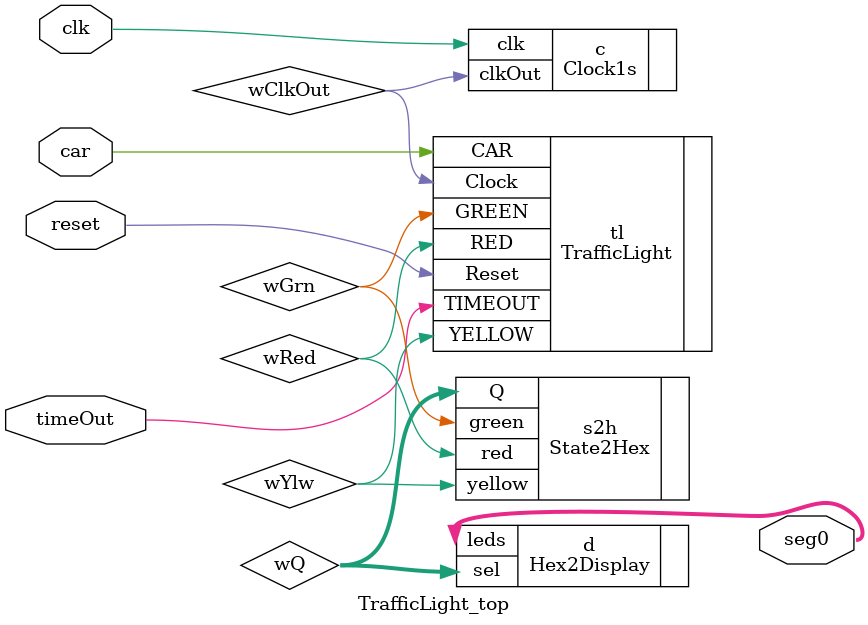
<source format=v>
module TrafficLight_top (clk, reset, car, timeOut, seg0);

	input clk, reset, car, timeOut;
	
	output [6:0] seg0;
	
	wire wClkOut, wGrn, wYlw, wRed;
	
	wire [1:0] wQ;

	Clock1s c(.clk(clk), .clkOut(wClkOut));
		defparam c.multiplier = 3;
	
	TrafficLight tl(.Clock(wClkOut), .Reset(reset), .CAR(car), .TIMEOUT(timeOut), .GREEN(wGrn), .YELLOW(wYlw), .RED(wRed));
	
	State2Hex s2h(.green(wGrn), .yellow(wYlw), .red(wRed), .Q(wQ));
	
	Hex2Display d(.sel(wQ), .leds(seg0));
	

endmodule
</source>
